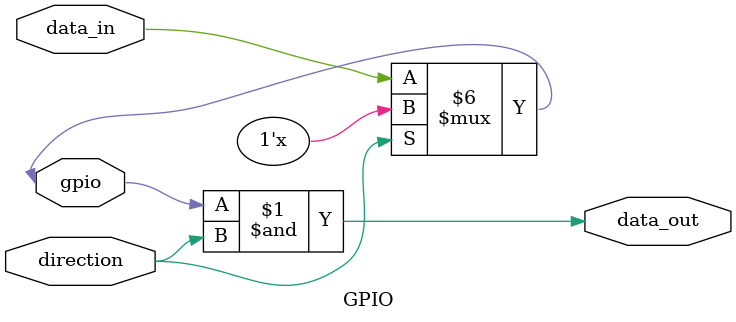
<source format=v>

module GPIO (
    inout wire gpio,
    input wire data_in,
    input wire direction,
    output wire data_out
);

assign data_out = (gpio & direction) | (data_in & ~data_in);
assign gpio = (direction == 1'b1) ? 1'bz : data_in;
    
endmodule

</source>
